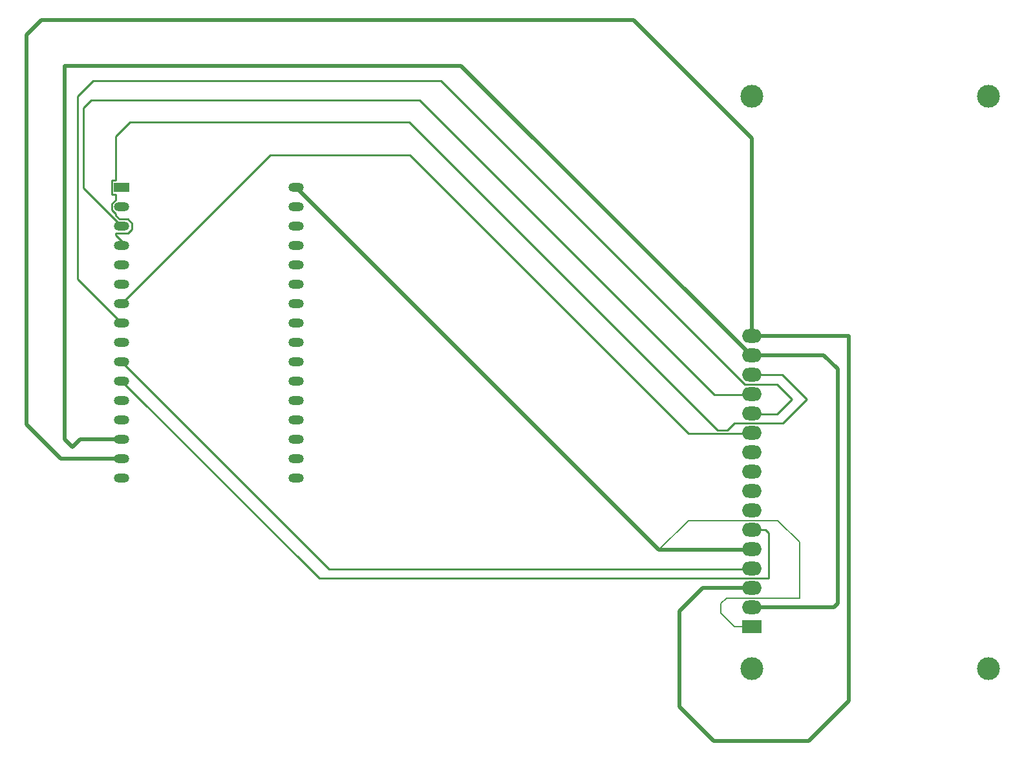
<source format=gbr>
%TF.GenerationSoftware,KiCad,Pcbnew,9.0.7-9.0.7~ubuntu24.04.1*%
%TF.CreationDate,2026-02-23T19:59:15-05:00*%
%TF.ProjectId,schematic,73636865-6d61-4746-9963-2e6b69636164,rev?*%
%TF.SameCoordinates,Original*%
%TF.FileFunction,Copper,L1,Top*%
%TF.FilePolarity,Positive*%
%FSLAX46Y46*%
G04 Gerber Fmt 4.6, Leading zero omitted, Abs format (unit mm)*
G04 Created by KiCad (PCBNEW 9.0.7-9.0.7~ubuntu24.04.1) date 2026-02-23 19:59:15*
%MOMM*%
%LPD*%
G01*
G04 APERTURE LIST*
%TA.AperFunction,ComponentPad*%
%ADD10O,2.600000X1.800000*%
%TD*%
%TA.AperFunction,ComponentPad*%
%ADD11R,2.600000X1.800000*%
%TD*%
%TA.AperFunction,ComponentPad*%
%ADD12C,3.000000*%
%TD*%
%TA.AperFunction,ComponentPad*%
%ADD13R,2.000000X1.200000*%
%TD*%
%TA.AperFunction,ComponentPad*%
%ADD14O,2.000000X1.200000*%
%TD*%
%TA.AperFunction,Conductor*%
%ADD15C,0.200000*%
%TD*%
%TA.AperFunction,Conductor*%
%ADD16C,0.500000*%
%TD*%
%TA.AperFunction,Conductor*%
%ADD17C,0.250000*%
%TD*%
G04 APERTURE END LIST*
D10*
%TO.P,DS1,16,LED(-)*%
%TO.N,Net-(DS1-LED(-))*%
X157500000Y-83900000D03*
%TO.P,DS1,15,LED(+)*%
%TO.N,Net-(DS1-LED(+))*%
X157500000Y-86440000D03*
%TO.P,DS1,14,D7*%
%TO.N,Net-(DS1-D7)*%
X157500000Y-88980000D03*
%TO.P,DS1,13,D6*%
%TO.N,Net-(DS1-D6)*%
X157500000Y-91520000D03*
%TO.P,DS1,12,D5*%
%TO.N,Net-(DS1-D5)*%
X157500000Y-94060000D03*
%TO.P,DS1,11,D4*%
%TO.N,Net-(DS1-D4)*%
X157500000Y-96600000D03*
%TO.P,DS1,10,D3*%
%TO.N,unconnected-(DS1-D3-Pad10)*%
X157500000Y-99140000D03*
%TO.P,DS1,9,D2*%
%TO.N,unconnected-(DS1-D2-Pad9)*%
X157500000Y-101680000D03*
%TO.P,DS1,8,D1*%
%TO.N,unconnected-(DS1-D1-Pad8)*%
X157500000Y-104220000D03*
%TO.P,DS1,7,D0*%
%TO.N,unconnected-(DS1-D0-Pad7)*%
X157500000Y-106760000D03*
%TO.P,DS1,6,E*%
%TO.N,Net-(DS1-E)*%
X157500000Y-109300000D03*
%TO.P,DS1,5,R/W*%
%TO.N,Net-(DS1-R{slash}W)*%
X157500000Y-111840000D03*
%TO.P,DS1,4,RS*%
%TO.N,Net-(DS1-RS)*%
X157500000Y-114380000D03*
%TO.P,DS1,3,VO*%
%TO.N,Net-(DS1-LED(-))*%
X157500000Y-116920000D03*
%TO.P,DS1,2,VDD*%
%TO.N,Net-(DS1-LED(+))*%
X157500000Y-119460000D03*
D11*
%TO.P,DS1,1,VSS*%
%TO.N,Net-(DS1-R{slash}W)*%
X157500000Y-122000000D03*
D12*
%TO.P,DS1,*%
%TO.N,*%
X157500000Y-52500000D03*
X188500700Y-52500520D03*
X188500700Y-127499100D03*
X157500000Y-127499100D03*
%TD*%
D13*
%TO.P,U1,1,3V3*%
%TO.N,unconnected-(U1-3V3-Pad1)*%
X75000000Y-64450000D03*
D14*
%TO.P,U1,2,EN/RESET*%
%TO.N,unconnected-(U1-EN{slash}RESET-Pad2)*%
X75000000Y-66990000D03*
%TO.P,U1,3,GPIO2/MTMS*%
%TO.N,Net-(DS1-D6)*%
X75000000Y-69530000D03*
%TO.P,U1,4,GPIO3/MTDI*%
%TO.N,Net-(DS1-D7)*%
X75000000Y-72070000D03*
%TO.P,U1,5,GPIO4/MTCK*%
%TO.N,unconnected-(U1-GPIO4{slash}MTCK-Pad5)*%
X75000000Y-74610000D03*
%TO.P,U1,6,GPIO5/MTDO*%
%TO.N,unconnected-(U1-GPIO5{slash}MTDO-Pad6)*%
X75000000Y-77150000D03*
%TO.P,U1,7,GPIO0*%
%TO.N,Net-(DS1-D4)*%
X75000000Y-79690000D03*
%TO.P,U1,8,GPIO1*%
%TO.N,Net-(DS1-D5)*%
X75000000Y-82230000D03*
%TO.P,U1,9,GPIO27*%
%TO.N,unconnected-(U1-GPIO27-Pad9)*%
X75000000Y-84770000D03*
%TO.P,U1,10,GPIO6*%
%TO.N,Net-(DS1-RS)*%
X75000000Y-87310000D03*
%TO.P,U1,11,GPIO7*%
%TO.N,Net-(DS1-E)*%
X75000000Y-89850000D03*
%TO.P,U1,12,GPIO26*%
%TO.N,unconnected-(U1-GPIO26-Pad12)*%
X75000000Y-92390000D03*
%TO.P,U1,13,GPIO25*%
%TO.N,unconnected-(U1-GPIO25-Pad13)*%
X75000000Y-94930000D03*
%TO.P,U1,14,5V*%
%TO.N,Net-(DS1-LED(+))*%
X75000000Y-97470000D03*
%TO.P,U1,15,GND*%
%TO.N,Net-(DS1-LED(-))*%
X75000000Y-100010000D03*
%TO.P,U1,16,NC*%
%TO.N,unconnected-(U1-NC-Pad16)*%
X75000000Y-102550000D03*
%TO.P,U1,17,NC*%
%TO.N,unconnected-(U1-NC-Pad17)*%
X97860000Y-102550000D03*
%TO.P,U1,18,GND*%
%TO.N,unconnected-(U1-GND-Pad18)*%
X97860000Y-100010000D03*
%TO.P,U1,19,GPIO13/USB_D-*%
%TO.N,unconnected-(U1-GPIO13{slash}USB_D--Pad19)*%
X97860000Y-97470000D03*
%TO.P,U1,20,GPIO14/USB_D+*%
%TO.N,unconnected-(U1-GPIO14{slash}USB_D+-Pad20)*%
X97860000Y-94930000D03*
%TO.P,U1,21,GND*%
%TO.N,unconnected-(U1-GND-Pad21)*%
X97860000Y-92390000D03*
%TO.P,U1,22,GPIO28*%
%TO.N,unconnected-(U1-GPIO28-Pad22)*%
X97860000Y-89850000D03*
%TO.P,U1,23,NC*%
%TO.N,unconnected-(U1-NC-Pad23)*%
X97860000Y-87310000D03*
%TO.P,U1,24,GPIO8*%
%TO.N,unconnected-(U1-GPIO8-Pad24)*%
X97860000Y-84770000D03*
%TO.P,U1,25,GPIO9*%
%TO.N,unconnected-(U1-GPIO9-Pad25)*%
X97860000Y-82230000D03*
%TO.P,U1,26,GPIO10*%
%TO.N,unconnected-(U1-GPIO10-Pad26)*%
X97860000Y-79690000D03*
%TO.P,U1,27,GPIO15*%
%TO.N,unconnected-(U1-GPIO15-Pad27)*%
X97860000Y-77150000D03*
%TO.P,U1,28,GPIO23*%
%TO.N,unconnected-(U1-GPIO23-Pad28)*%
X97860000Y-74610000D03*
%TO.P,U1,29,GPIO24*%
%TO.N,unconnected-(U1-GPIO24-Pad29)*%
X97860000Y-72070000D03*
%TO.P,U1,30,GPIO12/U0RXD*%
%TO.N,unconnected-(U1-GPIO12{slash}U0RXD-Pad30)*%
X97860000Y-69530000D03*
%TO.P,U1,31,GPIO11/U0TXD*%
%TO.N,unconnected-(U1-GPIO11{slash}U0TXD-Pad31)*%
X97860000Y-66990000D03*
%TO.P,U1,32,GND*%
%TO.N,Net-(DS1-R{slash}W)*%
X97860000Y-64450000D03*
%TD*%
D15*
%TO.N,Net-(DS1-R{slash}W)*%
X155250000Y-122000000D02*
X153500000Y-120250000D01*
X163750000Y-118250000D02*
X163750000Y-110911530D01*
X154250000Y-118250000D02*
X163750000Y-118250000D01*
X157500000Y-122000000D02*
X155250000Y-122000000D01*
X153500000Y-120250000D02*
X153500000Y-119000000D01*
X153500000Y-119000000D02*
X154250000Y-118250000D01*
X163750000Y-110911530D02*
X160937470Y-108099000D01*
X160937470Y-108099000D02*
X149231000Y-108099000D01*
X149231000Y-108099000D02*
X145370000Y-111960000D01*
D16*
%TO.N,Net-(DS1-LED(+))*%
X157500000Y-119460000D02*
X168210000Y-119460000D01*
X168210000Y-119460000D02*
X168250000Y-119500000D01*
X168250000Y-119500000D02*
X168750000Y-119000000D01*
X168750000Y-119000000D02*
X168750000Y-88250000D01*
X168750000Y-88250000D02*
X166940000Y-86440000D01*
X166940000Y-86440000D02*
X157500000Y-86440000D01*
%TO.N,Net-(DS1-LED(-))*%
X157500000Y-116920000D02*
X151080000Y-116920000D01*
X151080000Y-116920000D02*
X148000000Y-120000000D01*
X165000000Y-137000000D02*
X170250000Y-131750000D01*
X148000000Y-120000000D02*
X148000000Y-132500000D01*
X170250000Y-131750000D02*
X170250000Y-83900000D01*
X148000000Y-132500000D02*
X152500000Y-137000000D01*
X152500000Y-137000000D02*
X165000000Y-137000000D01*
X170250000Y-83900000D02*
X157500000Y-83900000D01*
D17*
%TO.N,Net-(DS1-D7)*%
X73674000Y-63524000D02*
X73674000Y-65376000D01*
X155220470Y-95374000D02*
X154325470Y-96269000D01*
X112649000Y-55899000D02*
X76101000Y-55899000D01*
X74711810Y-68604000D02*
X75783562Y-68604000D01*
X74250000Y-63524000D02*
X73674000Y-63524000D01*
X154325470Y-96269000D02*
X153019000Y-96269000D01*
X76101000Y-55899000D02*
X74250000Y-57750000D01*
X76326000Y-69146438D02*
X76326000Y-69913562D01*
X153019000Y-96269000D02*
X112649000Y-55899000D01*
X161626000Y-95374000D02*
X155220470Y-95374000D01*
X74250000Y-57750000D02*
X74250000Y-63524000D01*
X73674000Y-65376000D02*
X74250000Y-65376000D01*
X157500000Y-88980000D02*
X161480000Y-88980000D01*
X164750000Y-92250000D02*
X161626000Y-95374000D01*
X161480000Y-88980000D02*
X164750000Y-92250000D01*
X74250000Y-65376000D02*
X74250000Y-66064000D01*
X74250000Y-66064000D02*
X74216438Y-66064000D01*
X74216438Y-66064000D02*
X73674000Y-66606438D01*
X73674000Y-66606438D02*
X73674000Y-67373562D01*
X73674000Y-67373562D02*
X74216438Y-67916000D01*
X74216438Y-67916000D02*
X74250000Y-67916000D01*
X74250000Y-67916000D02*
X74250000Y-68142190D01*
X74250000Y-68142190D02*
X74711810Y-68604000D01*
X75783562Y-68604000D02*
X76326000Y-69146438D01*
X76326000Y-69913562D02*
X75783562Y-70456000D01*
X75783562Y-70456000D02*
X74250000Y-70456000D01*
X74250000Y-70456000D02*
X74250000Y-70717546D01*
X74250000Y-70717546D02*
X75301227Y-71768773D01*
%TO.N,Net-(DS1-D4)*%
X75000000Y-79690000D02*
X94440000Y-60250000D01*
X94440000Y-60250000D02*
X112750000Y-60250000D01*
X112750000Y-60250000D02*
X149220000Y-96720000D01*
X149220000Y-96720000D02*
X157500000Y-96720000D01*
D16*
%TO.N,Net-(DS1-LED(-))*%
X157500000Y-58000000D02*
X157500000Y-83900000D01*
D17*
%TO.N,Net-(DS1-D5)*%
X75000000Y-82230000D02*
X69250000Y-76480000D01*
X69250000Y-76480000D02*
X69250000Y-52500000D01*
X160801000Y-90301000D02*
X162750000Y-92250000D01*
X69250000Y-52500000D02*
X71250000Y-50500000D01*
X71250000Y-50500000D02*
X116801530Y-50500000D01*
X116801530Y-50500000D02*
X156595530Y-90294000D01*
X162750000Y-92250000D02*
X160820000Y-94180000D01*
X160820000Y-94180000D02*
X157500000Y-94180000D01*
X156595530Y-90294000D02*
X158407826Y-90294000D01*
X158407826Y-90294000D02*
X158414826Y-90301000D01*
X158414826Y-90301000D02*
X160801000Y-90301000D01*
%TO.N,Net-(DS1-D6)*%
X70000000Y-64530000D02*
X75000000Y-69530000D01*
X114000000Y-53000000D02*
X71000000Y-53000000D01*
X70000000Y-54000000D02*
X70000000Y-64530000D01*
X157500000Y-91640000D02*
X152640000Y-91640000D01*
X152640000Y-91640000D02*
X114000000Y-53000000D01*
X71000000Y-53000000D02*
X70000000Y-54000000D01*
%TO.N,Net-(DS1-RS)*%
X157500000Y-114500000D02*
X102190000Y-114500000D01*
X102190000Y-114500000D02*
X75000000Y-87310000D01*
D16*
%TO.N,Net-(DS1-R{slash}W)*%
X145370000Y-111960000D02*
X97860000Y-64450000D01*
X157500000Y-111960000D02*
X145370000Y-111960000D01*
%TO.N,Net-(DS1-LED(+))*%
X157500000Y-86560000D02*
X119440000Y-48500000D01*
X68500000Y-98500000D02*
X69530000Y-97470000D01*
X67500000Y-48500000D02*
X67500000Y-97500000D01*
X69530000Y-97470000D02*
X75000000Y-97470000D01*
X119440000Y-48500000D02*
X67500000Y-48500000D01*
X67500000Y-97500000D02*
X68500000Y-98500000D01*
D17*
%TO.N,Net-(DS1-E)*%
X100851000Y-115701000D02*
X156585174Y-115701000D01*
X75000000Y-89850000D02*
X100851000Y-115701000D01*
X159300000Y-109300000D02*
X157500000Y-109300000D01*
X159694000Y-115694000D02*
X159750000Y-115638000D01*
X156592174Y-115694000D02*
X159694000Y-115694000D01*
X159750000Y-115638000D02*
X159750000Y-109750000D01*
X159750000Y-109750000D02*
X159300000Y-109300000D01*
X156585174Y-115701000D02*
X156592174Y-115694000D01*
D16*
%TO.N,Net-(DS1-LED(-))*%
X67010000Y-100010000D02*
X75000000Y-100010000D01*
X142000000Y-42500000D02*
X64500000Y-42500000D01*
X62500000Y-95500000D02*
X67010000Y-100010000D01*
X62500000Y-44500000D02*
X62500000Y-95500000D01*
X64500000Y-42500000D02*
X62500000Y-44500000D01*
X157500000Y-58000000D02*
X142000000Y-42500000D01*
%TD*%
M02*

</source>
